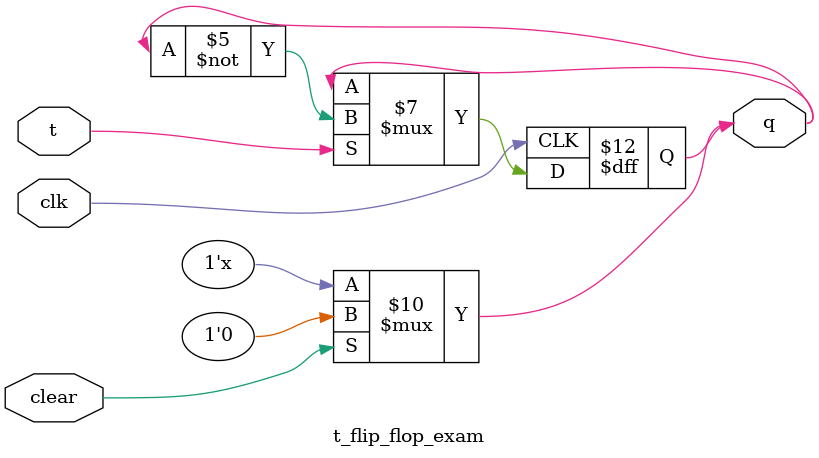
<source format=v>
module t_flip_flop_exam (q,clk,clear,t);
  input t ;
  input clk;
  input clear;
  output reg q ;
  reg internal_t;
  always @ (clear)begin
    if (clear==1)
      q=0;
    else 
      q=q;
  end
  always @ (posedge clk)begin
        if (t==1)
          q=~q;
        else 
          q=q;
     
  end
  
endmodule

////////////////////////////////////////////////////////////

</source>
